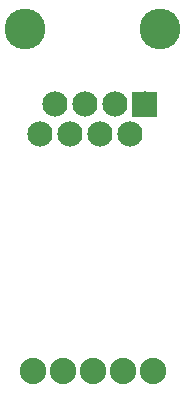
<source format=gbs>
G04 MADE WITH FRITZING*
G04 WWW.FRITZING.ORG*
G04 DOUBLE SIDED*
G04 HOLES PLATED*
G04 CONTOUR ON CENTER OF CONTOUR VECTOR*
%ASAXBY*%
%FSLAX23Y23*%
%MOIN*%
%OFA0B0*%
%SFA1.0B1.0*%
%ADD10C,0.084000*%
%ADD11C,0.135984*%
%ADD12C,0.088000*%
%ADD13R,0.001000X0.001000*%
%LNMASK0*%
G90*
G70*
G54D10*
X221Y853D03*
X271Y953D03*
X321Y853D03*
X421Y853D03*
X521Y853D03*
X371Y953D03*
X471Y953D03*
X571Y953D03*
G54D11*
X621Y1203D03*
X171Y1203D03*
G54D12*
X197Y63D03*
X297Y63D03*
X397Y63D03*
X497Y63D03*
X597Y63D03*
G54D13*
X529Y994D02*
X612Y994D01*
X529Y993D02*
X612Y993D01*
X529Y992D02*
X612Y992D01*
X529Y991D02*
X612Y991D01*
X529Y990D02*
X612Y990D01*
X529Y989D02*
X612Y989D01*
X529Y988D02*
X612Y988D01*
X529Y987D02*
X612Y987D01*
X529Y986D02*
X612Y986D01*
X529Y985D02*
X612Y985D01*
X529Y984D02*
X612Y984D01*
X529Y983D02*
X612Y983D01*
X529Y982D02*
X612Y982D01*
X529Y981D02*
X612Y981D01*
X529Y980D02*
X612Y980D01*
X529Y979D02*
X612Y979D01*
X529Y978D02*
X612Y978D01*
X529Y977D02*
X612Y977D01*
X529Y976D02*
X612Y976D01*
X529Y975D02*
X612Y975D01*
X529Y974D02*
X612Y974D01*
X529Y973D02*
X612Y973D01*
X529Y972D02*
X612Y972D01*
X529Y971D02*
X612Y971D01*
X529Y970D02*
X612Y970D01*
X529Y969D02*
X612Y969D01*
X529Y968D02*
X612Y968D01*
X529Y967D02*
X567Y967D01*
X575Y967D02*
X612Y967D01*
X529Y966D02*
X564Y966D01*
X578Y966D02*
X612Y966D01*
X529Y965D02*
X562Y965D01*
X579Y965D02*
X612Y965D01*
X529Y964D02*
X561Y964D01*
X581Y964D02*
X612Y964D01*
X529Y963D02*
X560Y963D01*
X582Y963D02*
X612Y963D01*
X529Y962D02*
X559Y962D01*
X583Y962D02*
X612Y962D01*
X529Y961D02*
X558Y961D01*
X583Y961D02*
X612Y961D01*
X529Y960D02*
X557Y960D01*
X584Y960D02*
X612Y960D01*
X529Y959D02*
X557Y959D01*
X585Y959D02*
X612Y959D01*
X529Y958D02*
X556Y958D01*
X585Y958D02*
X612Y958D01*
X529Y957D02*
X556Y957D01*
X585Y957D02*
X612Y957D01*
X529Y956D02*
X556Y956D01*
X586Y956D02*
X612Y956D01*
X529Y955D02*
X556Y955D01*
X586Y955D02*
X612Y955D01*
X529Y954D02*
X556Y954D01*
X586Y954D02*
X612Y954D01*
X529Y953D02*
X556Y953D01*
X586Y953D02*
X612Y953D01*
X529Y952D02*
X556Y952D01*
X586Y952D02*
X612Y952D01*
X529Y951D02*
X556Y951D01*
X586Y951D02*
X612Y951D01*
X529Y950D02*
X556Y950D01*
X586Y950D02*
X612Y950D01*
X529Y949D02*
X556Y949D01*
X585Y949D02*
X612Y949D01*
X529Y948D02*
X556Y948D01*
X585Y948D02*
X612Y948D01*
X529Y947D02*
X557Y947D01*
X585Y947D02*
X612Y947D01*
X529Y946D02*
X557Y946D01*
X584Y946D02*
X612Y946D01*
X529Y945D02*
X558Y945D01*
X584Y945D02*
X612Y945D01*
X529Y944D02*
X558Y944D01*
X583Y944D02*
X612Y944D01*
X529Y943D02*
X559Y943D01*
X582Y943D02*
X612Y943D01*
X529Y942D02*
X560Y942D01*
X581Y942D02*
X612Y942D01*
X529Y941D02*
X561Y941D01*
X580Y941D02*
X612Y941D01*
X529Y940D02*
X563Y940D01*
X579Y940D02*
X612Y940D01*
X529Y939D02*
X565Y939D01*
X577Y939D02*
X612Y939D01*
X529Y938D02*
X612Y938D01*
X529Y937D02*
X612Y937D01*
X529Y936D02*
X612Y936D01*
X529Y935D02*
X612Y935D01*
X529Y934D02*
X612Y934D01*
X529Y933D02*
X612Y933D01*
X529Y932D02*
X612Y932D01*
X529Y931D02*
X612Y931D01*
X529Y930D02*
X612Y930D01*
X529Y929D02*
X612Y929D01*
X529Y928D02*
X612Y928D01*
X529Y927D02*
X612Y927D01*
X529Y926D02*
X612Y926D01*
X529Y925D02*
X612Y925D01*
X529Y924D02*
X612Y924D01*
X529Y923D02*
X612Y923D01*
X529Y922D02*
X612Y922D01*
X529Y921D02*
X612Y921D01*
X529Y920D02*
X612Y920D01*
X529Y919D02*
X612Y919D01*
X529Y918D02*
X612Y918D01*
X529Y917D02*
X612Y917D01*
X529Y916D02*
X612Y916D01*
X529Y915D02*
X612Y915D01*
X529Y914D02*
X612Y914D01*
X529Y913D02*
X612Y913D01*
X529Y912D02*
X612Y912D01*
X529Y911D02*
X612Y911D01*
D02*
G04 End of Mask0*
M02*
</source>
